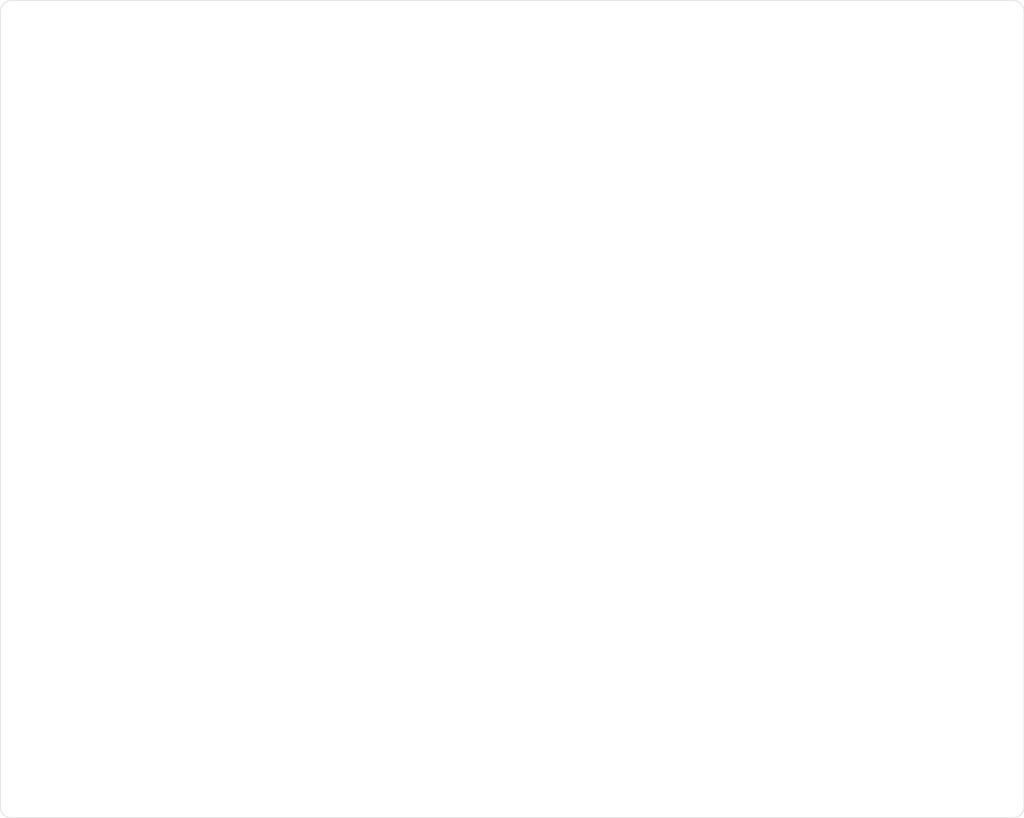
<source format=kicad_pcb>
(kicad_pcb (version 20211014) (generator pcbnew)
  (layers (0 "F.Cu" signal) (31 "B.Cu" signal) (34 "B.Paste" user) (35 "F.Paste" user) (36 "B.SilkS" user "B.Silkscreen") (37 "F.SilkS" user "F.Silkscreen") (38 "B.Mask" user) (39 "F.Mask" user) (44 "Edge.Cuts" user))
  (net 0 "")
  (footprint "" (layer "F.Cu") (at 30 80)
    (fp_text reference "" (at 0 0) (layer "F.SilkS") (effects (font (size 1.27 1.27))))
    (fp_text value "" (at 0 0) (layer "F.SilkS") (effects (font (size 1.27 1.27))))
    (pad "" np_thru_hole circle locked (at 0 0 180) (size 4.3 4.3) (drill 4.3) (layers *.Cu *.Mask))
  )
  (footprint "" (layer "F.Cu") (at 89.2 67.6)
    (fp_text reference "" (at 0 0) (layer "F.SilkS") (effects (font (size 1.27 1.27))))
    (fp_text value "" (at 0 0) (layer "F.SilkS") (effects (font (size 1.27 1.27))))
    (pad "" np_thru_hole circle locked (at 0 0 180) (size 4.3 4.3) (drill 4.3) (layers *.Cu *.Mask))
  )
  (footprint "" (layer "F.Cu") (at 35.2 33.6)
    (fp_text reference "" (at 0 0) (layer "F.SilkS") (effects (font (size 1.27 1.27))))
    (fp_text value "" (at 0 0) (layer "F.SilkS") (effects (font (size 1.27 1.27))))
    (pad "" np_thru_hole circle locked (at 0 0 180) (size 4.3 4.3) (drill 4.3) (layers *.Cu *.Mask))
  )
  (footprint "" (layer "F.Cu") (at 89.2 33.6)
    (fp_text reference "" (at 0 0) (layer "F.SilkS") (effects (font (size 1.27 1.27))))
    (fp_text value "" (at 0 0) (layer "F.SilkS") (effects (font (size 1.27 1.27))))
    (pad "" np_thru_hole circle locked (at 0 0 180) (size 4.3 4.3) (drill 4.3) (layers *.Cu *.Mask))
  )
  (gr_line (start 105.8 87.7) (end 18.6 87.7) (layer "Edge.Cuts") (width 0.05))
  (gr_line (start 106.7 17.6) (end 106.7 86.8) (layer "Edge.Cuts") (width 0.05))
  (gr_line (start 17.7 17.6) (end 17.7 86.8) (layer "Edge.Cuts") (width 0.05))
  (gr_arc (start 18.6 87.7) (mid 17.963604 87.436396) (end 17.7 86.8) (layer "Edge.Cuts") (width 0.05))
  (gr_arc (start 106.7 86.8) (mid 106.436396 87.436396) (end 105.8 87.7) (layer "Edge.Cuts") (width 0.05))
  (gr_line (start 18.7 16.6) (end 105.7 16.6) (layer "Edge.Cuts") (width 0.05))
  (gr_arc (start 17.7 17.6) (mid 17.992893 16.892893) (end 18.7 16.6) (layer "Edge.Cuts") (width 0.05))
  (gr_arc (start 105.7 16.6) (mid 106.407107 16.892893) (end 106.7 17.6) (layer "Edge.Cuts") (width 0.05))
)
</source>
